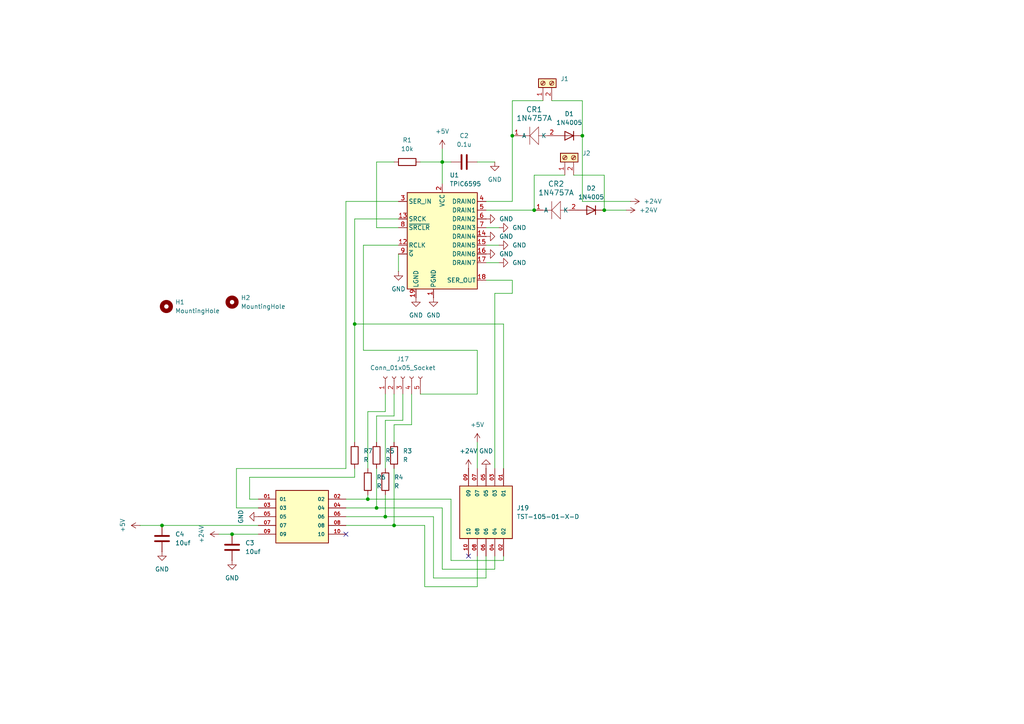
<source format=kicad_sch>
(kicad_sch (version 20250114) (generator "eeschema") (generator_version "9.0")
  (paper "A4")
  (lib_symbols
    (symbol "1N4757:1N4757A" (pin_names (offset 0.254))
      (property "Reference" "CR" (at 6.35 5.08 0))
      (property "Value" "1N4757A" (at 0 0 0))
      (symbol "1N4757A_1_1"
        (polyline (pts (xy 2.54 0) (xy 5.08 0)) (stroke (width 0.127)))
        (polyline (pts (xy 5.08 2.54) (xy 5.08 -2.54)) (stroke (width 0.127)))
        (polyline (pts (xy 5.08 2.54) (xy 7.62 0)) (stroke (width 0.127)))
        (polyline (pts (xy 5.08 -2.54) (xy 7.62 0)) (stroke (width 0.127)))
        (polyline (pts (xy 7.62 2.54) (xy 7.62 -2.54)) (stroke (width 0.127)))
        (polyline (pts (xy 10.16 0) (xy 7.62 0)) (stroke (width 0.127)))
        (pin unspecified line (at 0 0 0) (length 2.54) (name "K") (number "2"))
        (pin unspecified line (at 12.7 0 180) (length 2.54) (name "A") (number "1"))
      )
      (symbol "1N4757A_1_2"
        (polyline (pts (xy -1.905 3.81) (xy 1.905 3.81)) (stroke (width 0.2032)))
        (polyline (pts (xy 0 6.35) (xy -1.905 3.81)) (stroke (width 0.2032)))
        (polyline (pts (xy 0 6.35) (xy 0 7.62)) (stroke (width 0.2032)))
        (polyline (pts (xy 0 3.175) (xy 0 3.81)) (stroke (width 0.2032)))
        (polyline (pts (xy 0 2.54) (xy 0 3.4798)) (stroke (width 0.2032)))
        (polyline (pts (xy 1.905 6.35) (xy -1.905 6.35)) (stroke (width 0.2032)))
        (polyline (pts (xy 1.905 3.81) (xy 0 6.35)) (stroke (width 0.2032)))
      )
    )
    (symbol "Connector:Conn_01x05_Socket" (pin_names (offset 1.016) (hide yes))
      (property "Reference" "J" (at 0 7.62 0))
      (property "Value" "Conn_01x05_Socket" (at 0 -7.62 0))
      (symbol "Conn_01x05_Socket_1_1"
        (polyline (pts (xy -1.27 5.08) (xy -0.508 5.08)) (stroke (width 0.1524)))
        (polyline (pts (xy -1.27 2.54) (xy -0.508 2.54)) (stroke (width 0.1524)))
        (polyline (pts (xy -1.27 0) (xy -0.508 0)) (stroke (width 0.1524)))
        (polyline (pts (xy -1.27 -2.54) (xy -0.508 -2.54)) (stroke (width 0.1524)))
        (polyline (pts (xy -1.27 -5.08) (xy -0.508 -5.08)) (stroke (width 0.1524)))
        (arc (start 0 4.572) (mid -0.5058 5.08) (end 0 5.588) (stroke (width 0.1524)))
        (arc (start 0 2.032) (mid -0.5058 2.54) (end 0 3.048) (stroke (width 0.1524)))
        (arc (start 0 -0.508) (mid -0.5058 0) (end 0 0.508) (stroke (width 0.1524)))
        (arc (start 0 -3.048) (mid -0.5058 -2.54) (end 0 -2.032) (stroke (width 0.1524)))
        (arc (start 0 -5.588) (mid -0.5058 -5.08) (end 0 -4.572) (stroke (width 0.1524)))
        (pin passive line (at -5.08 5.08 0) (length 3.81) (name "Pin_1") (number "1"))
        (pin passive line (at -5.08 2.54 0) (length 3.81) (name "Pin_2") (number "2"))
        (pin passive line (at -5.08 0 0) (length 3.81) (name "Pin_3") (number "3"))
        (pin passive line (at -5.08 -2.54 0) (length 3.81) (name "Pin_4") (number "4"))
        (pin passive line (at -5.08 -5.08 0) (length 3.81) (name "Pin_5") (number "5"))
      )
    )
    (symbol "Connector:Screw_Terminal_01x02" (pin_names (offset 1.016) (hide yes))
      (property "Reference" "J" (at 0 2.54 0))
      (property "Value" "Screw_Terminal_01x02" (at 0 -5.08 0))
      (symbol "Screw_Terminal_01x02_1_1"
        (rectangle (start -1.27 1.27) (end 1.27 -3.81) (stroke (width 0.254)) (fill (type background)))
        (polyline (pts (xy -0.5334 0.3302) (xy 0.3302 -0.508)) (stroke (width 0.1524)))
        (polyline (pts (xy -0.5334 -2.2098) (xy 0.3302 -3.048)) (stroke (width 0.1524)))
        (polyline (pts (xy -0.3556 0.508) (xy 0.508 -0.3302)) (stroke (width 0.1524)))
        (polyline (pts (xy -0.3556 -2.032) (xy 0.508 -2.8702)) (stroke (width 0.1524)))
        (circle (center 0 0) (radius 0.635) (stroke (width 0.1524)))
        (circle (center 0 -2.54) (radius 0.635) (stroke (width 0.1524)))
        (pin passive line (at -5.08 0 0) (length 3.81) (name "Pin_1") (number "1"))
        (pin passive line (at -5.08 -2.54 0) (length 3.81) (name "Pin_2") (number "2"))
      )
    )
    (symbol "Device:C" (pin_numbers (hide yes)) (pin_names (offset 0.254))
      (property "Reference" "C" (at 0.635 2.54 0))
      (property "Value" "C" (at 0.635 -2.54 0))
      (symbol "C_0_1"
        (polyline (pts (xy -2.032 0.762) (xy 2.032 0.762)) (stroke (width 0.508)))
        (polyline (pts (xy -2.032 -0.762) (xy 2.032 -0.762)) (stroke (width 0.508)))
      )
      (symbol "C_1_1"
        (pin passive line (at 0 3.81 270) (length 2.794) (name "~") (number "1"))
        (pin passive line (at 0 -3.81 90) (length 2.794) (name "~") (number "2"))
      )
    )
    (symbol "Device:R" (pin_numbers (hide yes)) (pin_names (offset 0))
      (property "Reference" "R" (at 2.032 0 90))
      (property "Value" "R" (at 0 0 90))
      (symbol "R_0_1"
        (rectangle (start -1.016 -2.54) (end 1.016 2.54) (stroke (width 0.254)))
      )
      (symbol "R_1_1"
        (pin passive line (at 0 3.81 270) (length 1.27) (name "~") (number "1"))
        (pin passive line (at 0 -3.81 90) (length 1.27) (name "~") (number "2"))
      )
    )
    (symbol "Diode:1N4005" (pin_numbers (hide yes)) (pin_names (hide yes))
      (property "Reference" "D" (at 0 2.54 0))
      (property "Value" "1N4005" (at 0 -2.54 0))
      (symbol "1N4005_0_1"
        (polyline (pts (xy -1.27 1.27) (xy -1.27 -1.27)) (stroke (width 0.254)))
        (polyline (pts (xy 1.27 1.27) (xy 1.27 -1.27) (xy -1.27 0) (xy 1.27 1.27)) (stroke (width 0.254)))
        (polyline (pts (xy 1.27 0) (xy -1.27 0)))
      )
      (symbol "1N4005_1_1"
        (pin passive line (at -3.81 0 0) (length 2.54) (name "K") (number "1"))
        (pin passive line (at 3.81 0 180) (length 2.54) (name "A") (number "2"))
      )
    )
    (symbol "Interface_Expansion:TPIC6595" (pin_names (offset 0.381))
      (property "Reference" "U" (at -8.89 13.97 0))
      (property "Value" "TPIC6595" (at 6.35 13.97 0))
      (symbol "TPIC6595_0_1"
        (rectangle (start -10.16 12.7) (end 10.16 -15.24) (stroke (width 0.254)) (fill (type background)))
      )
      (symbol "TPIC6595_1_1"
        (pin input line (at -12.7 10.16 0) (length 2.54) (name "SER_IN") (number "3"))
        (pin input line (at -12.7 5.08 0) (length 2.54) (name "SRCK") (number "13"))
        (pin input line (at -12.7 2.54 0) (length 2.54) (name "~{SRCLR}") (number "8"))
        (pin input line (at -12.7 -2.54 0) (length 2.54) (name "RCLK") (number "12"))
        (pin input line (at -12.7 -5.08 0) (length 2.54) (name "~{G}") (number "9"))
        (pin power_in line (at -7.62 -17.78 90) (length 2.54) (name "LGND") (number "19"))
        (pin power_in line (at -2.54 -17.78 90) (length 2.54) (name "PGND") (number "1"))
        (pin passive line (at -2.54 -17.78 90) (length 2.54) (hide yes) (name "PGND") (number "10"))
        (pin passive line (at -2.54 -17.78 90) (length 2.54) (hide yes) (name "PGND") (number "11"))
        (pin passive line (at -2.54 -17.78 90) (length 2.54) (hide yes) (name "PGND") (number "20"))
        (pin power_in line (at 0 15.24 270) (length 2.54) (name "VCC") (number "2"))
        (pin open_collector line (at 12.7 10.16 180) (length 2.54) (name "DRAIN0") (number "4"))
        (pin open_collector line (at 12.7 7.62 180) (length 2.54) (name "DRAIN1") (number "5"))
        (pin open_collector line (at 12.7 5.08 180) (length 2.54) (name "DRAIN2") (number "6"))
        (pin open_collector line (at 12.7 2.54 180) (length 2.54) (name "DRAIN3") (number "7"))
        (pin open_collector line (at 12.7 0 180) (length 2.54) (name "DRAIN4") (number "14"))
        (pin open_collector line (at 12.7 -2.54 180) (length 2.54) (name "DRAIN5") (number "15"))
        (pin open_collector line (at 12.7 -5.08 180) (length 2.54) (name "DRAIN6") (number "16"))
        (pin open_collector line (at 12.7 -7.62 180) (length 2.54) (name "DRAIN7") (number "17"))
        (pin output line (at 12.7 -12.7 180) (length 2.54) (name "SER_OUT") (number "18"))
      )
    )
    (symbol "Mechanical:MountingHole" (pin_names (offset 1.016)) (in_bom no)
      (property "Reference" "H" (at 0 5.08 0))
      (property "Value" "MountingHole" (at 0 3.175 0))
      (symbol "MountingHole_0_1"
        (circle (center 0 0) (radius 1.27) (stroke (width 1.27)))
      )
    )
    (symbol "TST_105_01_G_D:TST-105-01-X-D" (pin_names (offset 1.016))
      (property "Reference" "J" (at -7.62 8.382 0))
      (property "Value" "TST-105-01-X-D" (at -7.62 -10.16 0))
      (symbol "TST-105-01-X-D_0_0"
        (rectangle (start -7.62 -7.62) (end 7.62 7.62) (stroke (width 0.254)) (fill (type background)))
        (pin passive line (at -12.7 5.08 0) (length 5.08) (name "01") (number "01"))
        (pin passive line (at -12.7 2.54 0) (length 5.08) (name "03") (number "03"))
        (pin passive line (at -12.7 0 0) (length 5.08) (name "05") (number "05"))
        (pin passive line (at -12.7 -2.54 0) (length 5.08) (name "07") (number "07"))
        (pin passive line (at -12.7 -5.08 0) (length 5.08) (name "09") (number "09"))
        (pin passive line (at 12.7 5.08 180) (length 5.08) (name "02") (number "02"))
        (pin passive line (at 12.7 2.54 180) (length 5.08) (name "04") (number "04"))
        (pin passive line (at 12.7 0 180) (length 5.08) (name "06") (number "06"))
        (pin passive line (at 12.7 -2.54 180) (length 5.08) (name "08") (number "08"))
        (pin passive line (at 12.7 -5.08 180) (length 5.08) (name "10") (number "10"))
      )
    )
    (symbol "power:+24V" (power) (pin_numbers (hide yes)) (pin_names (offset 0) (hide yes))
      (property "Value" "+24V" (at 0 3.556 0))
      (symbol "+24V_0_1"
        (polyline (pts (xy -0.762 1.27) (xy 0 2.54)))
        (polyline (pts (xy 0 2.54) (xy 0.762 1.27)))
        (polyline (pts (xy 0 0) (xy 0 2.54)))
      )
      (symbol "+24V_1_1"
        (pin power_in line (at 0 0 90) (length 0) (name "~") (number "1"))
      )
    )
    (symbol "power:+5V" (power) (pin_numbers (hide yes)) (pin_names (offset 0) (hide yes))
      (property "Value" "+5V" (at 0 3.556 0))
      (symbol "+5V_0_1"
        (polyline (pts (xy -0.762 1.27) (xy 0 2.54)))
        (polyline (pts (xy 0 2.54) (xy 0.762 1.27)))
        (polyline (pts (xy 0 0) (xy 0 2.54)))
      )
      (symbol "+5V_1_1"
        (pin power_in line (at 0 0 90) (length 0) (name "~") (number "1"))
      )
    )
    (symbol "power:GND" (power) (pin_numbers (hide yes)) (pin_names (offset 0) (hide yes))
      (property "Value" "GND" (at 0 -3.81 0))
      (symbol "GND_0_1"
        (polyline (pts (xy 0 0) (xy 0 -1.27) (xy 1.27 -1.27) (xy 0 -2.54) (xy -1.27 -1.27) (xy 0 -1.27)))
      )
      (symbol "GND_1_1"
        (pin power_in line (at 0 0 270) (length 0) (name "~") (number "1"))
      )
    )
  )
  (junction (at 111.76 149.86))
  (junction (at 148.59 39.37))
  (junction (at 102.87 93.98))
  (junction (at 114.3 152.4))
  (junction (at 128.27 46.99))
  (junction (at 154.94 60.96))
  (junction (at 168.91 39.37))
  (junction (at 175.26 60.96))
  (junction (at 67.31 154.94))
  (junction (at 106.68 144.78))
  (junction (at 46.99 152.4))
  (junction (at 109.22 147.32))
  (no_connect (at 135.89 161.29))
  (no_connect (at 100.33 154.94))
  (wire (pts (xy 125.73 149.86) (xy 125.73 167.64)))
  (wire (pts (xy 109.22 120.65) (xy 109.22 128.27)))
  (wire (pts (xy 106.68 119.38) (xy 106.68 135.89)))
  (wire (pts (xy 115.57 58.42) (xy 100.33 58.42)))
  (wire (pts (xy 68.58 135.89) (xy 68.58 147.32)))
  (wire (pts (xy 106.68 143.51) (xy 106.68 144.78)))
  (wire (pts (xy 109.22 46.99) (xy 114.3 46.99)))
  (wire (pts (xy 138.43 114.3) (xy 138.43 101.6)))
  (wire (pts (xy 102.87 63.5) (xy 102.87 93.98)))
  (wire (pts (xy 168.91 29.21) (xy 168.91 39.37)))
  (wire (pts (xy 146.05 93.98) (xy 146.05 135.89)))
  (wire (pts (xy 114.3 114.3) (xy 114.3 120.65)))
  (wire (pts (xy 67.31 154.94) (xy 74.93 154.94)))
  (wire (pts (xy 168.91 39.37) (xy 168.91 58.42)))
  (wire (pts (xy 128.27 165.1) (xy 143.51 165.1)))
  (wire (pts (xy 111.76 114.3) (xy 111.76 119.38)))
  (wire (pts (xy 115.57 78.74) (xy 115.57 73.66)))
  (wire (pts (xy 130.81 162.56) (xy 146.05 162.56)))
  (wire (pts (xy 160.02 29.21) (xy 168.91 29.21)))
  (wire (pts (xy 114.3 152.4) (xy 123.19 152.4)))
  (wire (pts (xy 128.27 43.18) (xy 128.27 46.99)))
  (wire (pts (xy 148.59 29.21) (xy 148.59 39.37)))
  (wire (pts (xy 63.5 154.94) (xy 67.31 154.94)))
  (wire (pts (xy 115.57 63.5) (xy 102.87 63.5)))
  (wire (pts (xy 154.94 50.8) (xy 163.83 50.8)))
  (wire (pts (xy 143.51 46.99) (xy 138.43 46.99)))
  (wire (pts (xy 72.39 138.43) (xy 72.39 144.78)))
  (wire (pts (xy 125.73 167.64) (xy 140.97 167.64)))
  (wire (pts (xy 100.33 144.78) (xy 106.68 144.78)))
  (wire (pts (xy 119.38 114.3) (xy 119.38 123.19)))
  (wire (pts (xy 116.84 121.92) (xy 111.76 121.92)))
  (wire (pts (xy 111.76 119.38) (xy 106.68 119.38)))
  (wire (pts (xy 154.94 60.96) (xy 140.97 60.96)))
  (wire (pts (xy 114.3 123.19) (xy 114.3 128.27)))
  (wire (pts (xy 111.76 121.92) (xy 111.76 135.89)))
  (wire (pts (xy 109.22 135.89) (xy 109.22 147.32)))
  (wire (pts (xy 105.41 101.6) (xy 138.43 101.6)))
  (wire (pts (xy 116.84 114.3) (xy 116.84 121.92)))
  (wire (pts (xy 106.68 144.78) (xy 130.81 144.78)))
  (wire (pts (xy 168.91 58.42) (xy 182.88 58.42)))
  (wire (pts (xy 144.78 71.12) (xy 140.97 71.12)))
  (wire (pts (xy 175.26 50.8) (xy 175.26 60.96)))
  (wire (pts (xy 68.58 147.32) (xy 74.93 147.32)))
  (wire (pts (xy 128.27 147.32) (xy 128.27 165.1)))
  (wire (pts (xy 146.05 93.98) (xy 102.87 93.98)))
  (wire (pts (xy 140.97 167.64) (xy 140.97 161.29)))
  (wire (pts (xy 46.99 152.4) (xy 74.93 152.4)))
  (wire (pts (xy 111.76 143.51) (xy 111.76 149.86)))
  (wire (pts (xy 40.64 152.4) (xy 46.99 152.4)))
  (wire (pts (xy 166.37 50.8) (xy 175.26 50.8)))
  (wire (pts (xy 109.22 147.32) (xy 128.27 147.32)))
  (wire (pts (xy 105.41 71.12) (xy 105.41 101.6)))
  (wire (pts (xy 100.33 152.4) (xy 114.3 152.4)))
  (wire (pts (xy 102.87 93.98) (xy 102.87 128.27)))
  (wire (pts (xy 146.05 162.56) (xy 146.05 161.29)))
  (wire (pts (xy 175.26 60.96) (xy 181.61 60.96)))
  (wire (pts (xy 109.22 66.04) (xy 109.22 46.99)))
  (wire (pts (xy 102.87 135.89) (xy 102.87 138.43)))
  (wire (pts (xy 119.38 123.19) (xy 114.3 123.19)))
  (wire (pts (xy 114.3 135.89) (xy 114.3 152.4)))
  (wire (pts (xy 114.3 120.65) (xy 109.22 120.65)))
  (wire (pts (xy 111.76 149.86) (xy 125.73 149.86)))
  (wire (pts (xy 100.33 149.86) (xy 111.76 149.86)))
  (wire (pts (xy 121.92 46.99) (xy 128.27 46.99)))
  (wire (pts (xy 143.51 85.09) (xy 148.59 85.09)))
  (wire (pts (xy 115.57 66.04) (xy 109.22 66.04)))
  (wire (pts (xy 72.39 138.43) (xy 102.87 138.43)))
  (wire (pts (xy 121.92 114.3) (xy 138.43 114.3)))
  (wire (pts (xy 138.43 128.27) (xy 138.43 135.89)))
  (wire (pts (xy 128.27 46.99) (xy 128.27 53.34)))
  (wire (pts (xy 144.78 76.2) (xy 140.97 76.2)))
  (wire (pts (xy 148.59 81.28) (xy 140.97 81.28)))
  (wire (pts (xy 130.81 144.78) (xy 130.81 162.56)))
  (wire (pts (xy 143.51 165.1) (xy 143.51 161.29)))
  (wire (pts (xy 148.59 58.42) (xy 140.97 58.42)))
  (wire (pts (xy 123.19 170.18) (xy 138.43 170.18)))
  (wire (pts (xy 148.59 85.09) (xy 148.59 81.28)))
  (wire (pts (xy 157.48 29.21) (xy 148.59 29.21)))
  (wire (pts (xy 105.41 71.12) (xy 115.57 71.12)))
  (wire (pts (xy 138.43 170.18) (xy 138.43 161.29)))
  (wire (pts (xy 154.94 50.8) (xy 154.94 60.96)))
  (wire (pts (xy 123.19 152.4) (xy 123.19 170.18)))
  (wire (pts (xy 148.59 39.37) (xy 148.59 58.42)))
  (wire (pts (xy 72.39 144.78) (xy 74.93 144.78)))
  (wire (pts (xy 100.33 58.42) (xy 100.33 135.89)))
  (wire (pts (xy 143.51 85.09) (xy 143.51 135.89)))
  (wire (pts (xy 144.78 66.04) (xy 140.97 66.04)))
  (wire (pts (xy 130.81 46.99) (xy 128.27 46.99)))
  (wire (pts (xy 100.33 147.32) (xy 109.22 147.32)))
  (wire (pts (xy 68.58 135.89) (xy 100.33 135.89)))
  (symbol (lib_id "power:+24V") (at 135.89 135.89 0) (unit 1)
    (property "Reference" "#PWR032" (effects (hide yes)))
    (property "Value" "+24V" (at 135.89 130.81 0))
    (property "Description" "Power symbol creates a global label with name \"+24V\"" (effects (hide yes)))
  )
  (symbol (lib_id "Device:C") (at 67.31 158.75 0) (unit 1)
    (property "Reference" "C3" (at 71.12 157.4799 0) (effects (justify left)))
    (property "Value" "10uf" (at 71.12 160.0199 0) (effects (justify left)))
    (property "Footprint" "Capacitor_SMD:C_0603_1608Metric" (effects (hide yes)))
    (property "Description" "Unpolarized capacitor" (effects (hide yes)))
  )
  (symbol (lib_id "Device:R") (at 102.87 132.08 180) (unit 1)
    (property "Reference" "R7" (at 105.41 130.8099 0) (effects (justify right)))
    (property "Value" "R" (at 105.41 133.3499 0) (effects (justify right)))
    (property "Footprint" "Resistor_SMD:R_0603_1608Metric" (effects (hide yes)))
    (property "Description" "Resistor" (effects (hide yes)))
  )
  (symbol (lib_id "Interface_Expansion:TPIC6595") (at 128.27 68.58 0) (unit 1)
    (property "Reference" "U1" (at 130.4133 50.8 0) (effects (justify left)))
    (property "Value" "TPIC6595" (at 130.4133 53.34 0) (effects (justify left)))
    (property "Footprint" "TPIC6B595N:DIP254P762X508-20" (effects (hide yes)))
    (property "Datasheet" "http://www.ti.com/lit/ds/symlink/tpic6595.pdf" (effects (hide yes)))
    (property "Description" "Power Logic 8-bit Shift Register, DIP-8/SOIC-8" (effects (hide yes)))
  )
  (symbol (lib_id "power:GND") (at 143.51 46.99 0) (unit 1)
    (property "Reference" "#PWR09" (effects (hide yes)))
    (property "Value" "GND" (at 143.51 52.07 0))
    (property "Description" "Power symbol creates a global label with name \"GND\" , ground" (effects (hide yes)))
  )
  (symbol (lib_id "power:+5V") (at 138.43 128.27 0) (unit 1)
    (property "Reference" "#PWR031" (effects (hide yes)))
    (property "Value" "+5V" (at 138.43 123.19 0))
    (property "Description" "Power symbol creates a global label with name \"+5V\"" (effects (hide yes)))
  )
  (symbol (lib_id "power:GND") (at 140.97 135.89 180) (unit 1)
    (property "Reference" "#PWR030" (effects (hide yes)))
    (property "Value" "GND" (at 140.97 130.81 0))
    (property "Description" "Power symbol creates a global label with name \"GND\" , ground" (effects (hide yes)))
  )
  (symbol (lib_id "1N4757:1N4757A") (at 161.29 39.37 180) (unit 1)
    (property "Reference" "CR1" (at 154.94 31.75 0) (effects (font (size 1.524 1.524))))
    (property "Value" "1N4757A" (at 154.94 34.29 0) (effects (font (size 1.524 1.524))))
    (property "Footprint" "1N4757:DIODE_AFL-W2Y1.8D_MOT" (effects (hide yes)))
    (property "Datasheet" "1N4757A" (effects (hide yes)))
  )
  (symbol (lib_id "power:+5V") (at 40.64 152.4 90) (unit 1)
    (property "Reference" "#PWR029" (effects (hide yes)))
    (property "Value" "+5V" (at 35.56 152.4 0))
    (property "Description" "Power symbol creates a global label with name \"+5V\"" (effects (hide yes)))
  )
  (symbol (lib_id "TST_105_01_G_D:TST-105-01-X-D") (at 87.63 149.86 0) (unit 1)
    (property "Reference" "J18" (effects (hide yes)))
    (property "Value" "TST-105-01-X-D" (effects (hide yes)))
    (property "Footprint" "TST-105-01-G-D:SAMTEC_TST-105-01-X-D" (effects (hide yes)))
    (property "MAXIMUM_PACKAGE_HEIGHT" "9.27mm" (effects (hide yes)))
    (property "CREATOR" "ASHISH" (effects (hide yes)))
    (property "STANDARD" "Manufacturer Recommendations" (effects (hide yes)))
    (property "PARTREV" "1-23-96" (effects (hide yes)))
    (property "MANUFACTURER" "Samtec" (effects (hide yes)))
  )
  (symbol (lib_id "Device:R") (at 106.68 139.7 180) (unit 1)
    (property "Reference" "R6" (at 109.22 138.4299 0) (effects (justify right)))
    (property "Value" "R" (at 109.22 140.9699 0) (effects (justify right)))
    (property "Footprint" "Resistor_SMD:R_0603_1608Metric" (effects (hide yes)))
    (property "Description" "Resistor" (effects (hide yes)))
  )
  (symbol (lib_id "power:GND") (at 140.97 73.66 90) (unit 1)
    (property "Reference" "#PWR010" (effects (hide yes)))
    (property "Value" "GND" (at 144.78 73.6599 90) (effects (justify right)))
    (property "Description" "Power symbol creates a global label with name \"GND\" , ground" (effects (hide yes)))
  )
  (symbol (lib_id "Connector:Screw_Terminal_01x02") (at 163.83 45.72 90) (unit 1)
    (property "Reference" "J2" (at 168.91 44.4499 90) (effects (justify right)))
    (property "Value" "Screw_Terminal_01x02" (effects (hide yes)))
    (property "Footprint" "1935310:PHOENIX_1935310" (effects (hide yes)))
    (property "Description" "Generic screw terminal, single row, 01x02, script generated (kicad-library-utils/schlib/autogen/connector/)" (effects (hide yes)))
  )
  (symbol (lib_id "Device:C") (at 134.62 46.99 90) (unit 1)
    (property "Reference" "C2" (at 134.62 39.37 90))
    (property "Value" "0.1u" (at 134.62 41.91 90))
    (property "Footprint" "Capacitor_SMD:C_0603_1608Metric" (effects (hide yes)))
    (property "Description" "Unpolarized capacitor" (effects (hide yes)))
  )
  (symbol (lib_id "power:GND") (at 46.99 160.02 0) (unit 1)
    (property "Reference" "#PWR033" (effects (hide yes)))
    (property "Value" "GND" (at 46.99 165.1 0))
    (property "Description" "Power symbol creates a global label with name \"GND\" , ground" (effects (hide yes)))
  )
  (symbol (lib_id "Device:R") (at 109.22 132.08 180) (unit 1)
    (property "Reference" "R5" (at 111.76 130.8099 0) (effects (justify right)))
    (property "Value" "R" (at 111.76 133.3499 0) (effects (justify right)))
    (property "Footprint" "Resistor_SMD:R_0603_1608Metric" (effects (hide yes)))
    (property "Description" "Resistor" (effects (hide yes)))
  )
  (symbol (lib_id "Device:R") (at 118.11 46.99 90) (unit 1)
    (property "Reference" "R1" (at 118.11 40.64 90))
    (property "Value" "10k" (at 118.11 43.18 90))
    (property "Footprint" "Resistor_SMD:R_0603_1608Metric" (effects (hide yes)))
    (property "Description" "Resistor" (effects (hide yes)))
  )
  (symbol (lib_id "Device:R") (at 114.3 132.08 180) (unit 1)
    (property "Reference" "R3" (at 116.84 130.8099 0) (effects (justify right)))
    (property "Value" "R" (at 116.84 133.3499 0) (effects (justify right)))
    (property "Footprint" "Resistor_SMD:R_0603_1608Metric" (effects (hide yes)))
    (property "Description" "Resistor" (effects (hide yes)))
  )
  (symbol (lib_id "Mechanical:MountingHole") (at 67.31 87.63 0) (unit 1) (in_bom no)
    (property "Reference" "H2" (at 69.85 86.3599 0) (effects (justify left)))
    (property "Value" "MountingHole" (at 69.85 88.8999 0) (effects (justify left)))
    (property "Footprint" "MountingHole:MountingHole_3.2mm_M3_DIN965_Pad" (effects (hide yes)))
    (property "Description" "Mounting Hole without connection" (effects (hide yes)))
  )
  (symbol (lib_id "power:GND") (at 144.78 71.12 90) (unit 1)
    (property "Reference" "#PWR07" (effects (hide yes)))
    (property "Value" "GND" (at 148.59 71.1199 90) (effects (justify right)))
    (property "Description" "Power symbol creates a global label with name \"GND\" , ground" (effects (hide yes)))
  )
  (symbol (lib_id "power:GND") (at 140.97 68.58 90) (unit 1)
    (property "Reference" "#PWR06" (effects (hide yes)))
    (property "Value" "GND" (at 144.78 68.5799 90) (effects (justify right)))
    (property "Description" "Power symbol creates a global label with name \"GND\" , ground" (effects (hide yes)))
  )
  (symbol (lib_id "power:GND") (at 115.57 78.74 0) (unit 1)
    (property "Reference" "#PWR08" (effects (hide yes)))
    (property "Value" "GND" (at 115.57 83.82 0))
    (property "Description" "Power symbol creates a global label with name \"GND\" , ground" (effects (hide yes)))
  )
  (symbol (lib_id "Device:C") (at 46.99 156.21 0) (unit 1)
    (property "Reference" "C4" (at 50.8 154.9399 0) (effects (justify left)))
    (property "Value" "10uf" (at 50.8 157.4799 0) (effects (justify left)))
    (property "Footprint" "Capacitor_SMD:C_0603_1608Metric" (effects (hide yes)))
    (property "Description" "Unpolarized capacitor" (effects (hide yes)))
  )
  (symbol (lib_id "power:GND") (at 140.97 63.5 90) (unit 1)
    (property "Reference" "#PWR01" (effects (hide yes)))
    (property "Value" "GND" (at 144.78 63.4999 90) (effects (justify right)))
    (property "Description" "Power symbol creates a global label with name \"GND\" , ground" (effects (hide yes)))
  )
  (symbol (lib_id "Mechanical:MountingHole") (at 48.26 88.9 0) (unit 1) (in_bom no)
    (property "Reference" "H1" (at 50.8 87.6299 0) (effects (justify left)))
    (property "Value" "MountingHole" (at 50.8 90.1699 0) (effects (justify left)))
    (property "Footprint" "MountingHole:MountingHole_3.2mm_M3_DIN965_Pad" (effects (hide yes)))
    (property "Description" "Mounting Hole without connection" (effects (hide yes)))
  )
  (symbol (lib_id "Diode:1N4005") (at 171.45 60.96 180) (unit 1)
    (property "Reference" "D2" (at 171.45 54.61 0))
    (property "Value" "1N4005" (at 171.45 57.15 0))
    (property "Footprint" "Diode_THT:D_DO-41_SOD81_P10.16mm_Horizontal" (effects (hide yes)))
    (property "Datasheet" "http://www.vishay.com/docs/88503/1n4001.pdf" (effects (hide yes)))
    (property "Description" "600V 1A General Purpose Rectifier Diode, DO-41" (effects (hide yes)))
    (property "Sim.Device" "D" (effects (hide yes)))
    (property "Sim.Pins" "1=K 2=A" (effects (hide yes)))
  )
  (symbol (lib_id "power:GND") (at 74.93 149.86 270) (unit 1)
    (property "Reference" "#PWR027" (effects (hide yes)))
    (property "Value" "GND" (at 69.85 149.86 0))
    (property "Description" "Power symbol creates a global label with name \"GND\" , ground" (effects (hide yes)))
  )
  (symbol (lib_id "power:GND") (at 67.31 162.56 0) (unit 1)
    (property "Reference" "#PWR034" (effects (hide yes)))
    (property "Value" "GND" (at 67.31 167.64 0))
    (property "Description" "Power symbol creates a global label with name \"GND\" , ground" (effects (hide yes)))
  )
  (symbol (lib_id "Connector:Screw_Terminal_01x02") (at 157.48 24.13 90) (unit 1)
    (property "Reference" "J1" (at 162.56 22.8599 90) (effects (justify right)))
    (property "Value" "Screw_Terminal_01x02" (effects (hide yes)))
    (property "Footprint" "1935310:PHOENIX_1935310" (effects (hide yes)))
    (property "Description" "Generic screw terminal, single row, 01x02, script generated (kicad-library-utils/schlib/autogen/connector/)" (effects (hide yes)))
  )
  (symbol (lib_id "power:+24V") (at 182.88 58.42 270) (unit 1)
    (property "Reference" "#PWR011" (effects (hide yes)))
    (property "Value" "+24V" (at 186.69 58.4199 90) (effects (justify left)))
    (property "Description" "Power symbol creates a global label with name \"+24V\"" (effects (hide yes)))
  )
  (symbol (lib_id "power:+24V") (at 63.5 154.94 90) (unit 1)
    (property "Reference" "#PWR028" (effects (hide yes)))
    (property "Value" "+24V" (at 58.42 154.94 0))
    (property "Description" "Power symbol creates a global label with name \"+24V\"" (effects (hide yes)))
  )
  (symbol (lib_id "TST_105_01_G_D:TST-105-01-X-D") (at 140.97 148.59 270) (unit 1)
    (property "Reference" "J19" (at 149.86 147.3199 90) (effects (justify left)))
    (property "Value" "TST-105-01-X-D" (at 149.86 149.8599 90) (effects (justify left)))
    (property "Footprint" "TST-105-01-G-D:SAMTEC_TST-105-01-X-D" (effects (hide yes)))
    (property "MAXIMUM_PACKAGE_HEIGHT" "9.27mm" (effects (hide yes)))
    (property "CREATOR" "ASHISH" (effects (hide yes)))
    (property "STANDARD" "Manufacturer Recommendations" (effects (hide yes)))
    (property "PARTREV" "1-23-96" (effects (hide yes)))
    (property "MANUFACTURER" "Samtec" (effects (hide yes)))
  )
  (symbol (lib_id "Diode:1N4005") (at 165.1 39.37 180) (unit 1)
    (property "Reference" "D1" (at 165.1 33.02 0))
    (property "Value" "1N4005" (at 165.1 35.56 0))
    (property "Footprint" "Diode_THT:D_DO-41_SOD81_P10.16mm_Horizontal" (effects (hide yes)))
    (property "Datasheet" "http://www.vishay.com/docs/88503/1n4001.pdf" (effects (hide yes)))
    (property "Description" "600V 1A General Purpose Rectifier Diode, DO-41" (effects (hide yes)))
    (property "Sim.Device" "D" (effects (hide yes)))
    (property "Sim.Pins" "1=K 2=A" (effects (hide yes)))
  )
  (symbol (lib_id "power:GND") (at 144.78 66.04 90) (unit 1)
    (property "Reference" "#PWR02" (effects (hide yes)))
    (property "Value" "GND" (at 148.59 66.0399 90) (effects (justify right)))
    (property "Description" "Power symbol creates a global label with name \"GND\" , ground" (effects (hide yes)))
  )
  (symbol (lib_id "power:+24V") (at 181.61 60.96 270) (unit 1)
    (property "Reference" "#PWR012" (effects (hide yes)))
    (property "Value" "+24V" (at 185.42 60.9599 90) (effects (justify left)))
    (property "Description" "Power symbol creates a global label with name \"+24V\"" (effects (hide yes)))
  )
  (symbol (lib_id "1N4757:1N4757A") (at 167.64 60.96 180) (unit 1)
    (property "Reference" "CR2" (at 161.29 53.34 0) (effects (font (size 1.524 1.524))))
    (property "Value" "1N4757A" (at 161.29 55.88 0) (effects (font (size 1.524 1.524))))
    (property "Footprint" "1N4757:DIODE_AFL-W2Y1.8D_MOT" (effects (hide yes)))
    (property "Datasheet" "1N4757A" (effects (hide yes)))
  )
  (symbol (lib_id "Connector:Conn_01x05_Socket") (at 116.84 109.22 90) (unit 1)
    (property "Reference" "J17" (at 116.84 104.14 90))
    (property "Value" "Conn_01x05_Socket" (at 116.84 106.68 90))
    (property "Footprint" "Connector_PinSocket_2.54mm:PinSocket_1x05_P2.54mm_Vertical" (effects (hide yes)))
    (property "Description" "Generic connector, single row, 01x05, script generated" (effects (hide yes)))
  )
  (symbol (lib_id "power:+5V") (at 128.27 43.18 0) (unit 1)
    (property "Reference" "#PWR05" (effects (hide yes)))
    (property "Value" "+5V" (at 128.27 38.1 0))
    (property "Description" "Power symbol creates a global label with name \"+5V\"" (effects (hide yes)))
  )
  (symbol (lib_id "power:GND") (at 144.78 76.2 90) (unit 1)
    (property "Reference" "#PWR013" (effects (hide yes)))
    (property "Value" "GND" (at 148.59 76.1999 90) (effects (justify right)))
    (property "Description" "Power symbol creates a global label with name \"GND\" , ground" (effects (hide yes)))
  )
  (symbol (lib_id "power:GND") (at 125.73 86.36 0) (unit 1)
    (property "Reference" "#PWR04" (effects (hide yes)))
    (property "Value" "GND" (at 125.73 91.44 0))
    (property "Description" "Power symbol creates a global label with name \"GND\" , ground" (effects (hide yes)))
  )
  (symbol (lib_id "power:GND") (at 120.65 86.36 0) (unit 1)
    (property "Reference" "#PWR03" (effects (hide yes)))
    (property "Value" "GND" (at 120.65 91.44 0))
    (property "Description" "Power symbol creates a global label with name \"GND\" , ground" (effects (hide yes)))
  )
  (symbol (lib_id "Device:R") (at 111.76 139.7 180) (unit 1)
    (property "Reference" "R4" (at 114.3 138.4299 0) (effects (justify right)))
    (property "Value" "R" (at 114.3 140.9699 0) (effects (justify right)))
    (property "Footprint" "Resistor_SMD:R_0603_1608Metric" (effects (hide yes)))
    (property "Description" "Resistor" (effects (hide yes)))
  )
)
</source>
